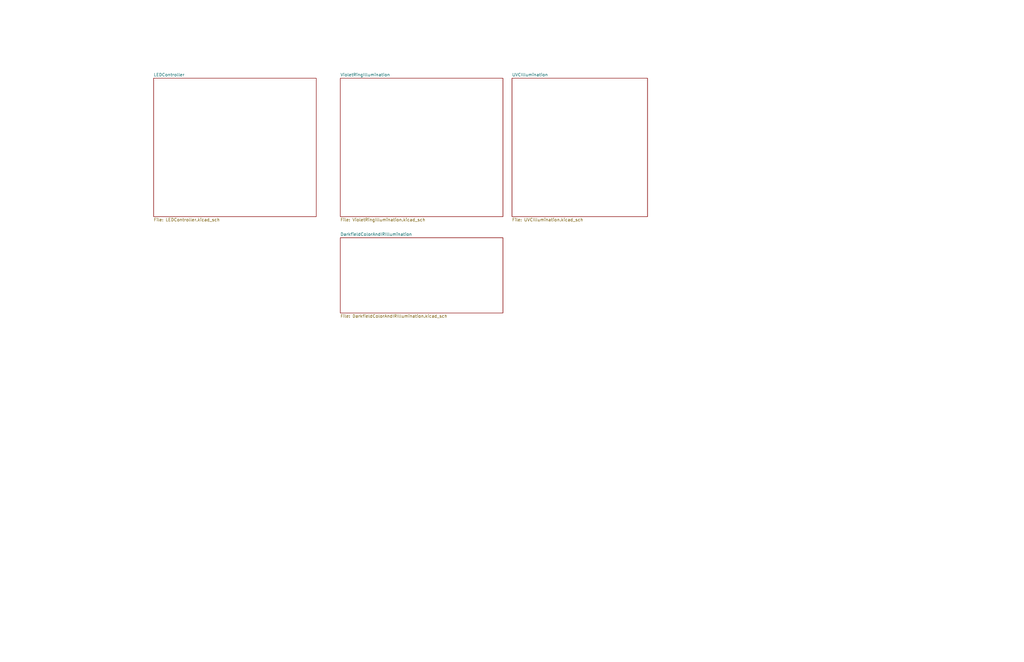
<source format=kicad_sch>
(kicad_sch (version 20230121) (generator eeschema)
  (paper "B")
  (title_block (title "BUM2 LED Controller") (date "2023-01-10") (rev "B"))
  (lib_symbols)
  (sheet (at 215.9 33.02) (size 57.15 58.42) (stroke (width 0.1524))
    (property "Sheetname" "UVCIllumination" (at 215.9 32.3084 0) (effects (justify left bottom)))
    (property "Sheetfile" "UVCIllumination.kicad_sch" (at 215.9 92.0246 0) (effects (justify left top)))
  )
  (sheet (at 64.77 33.02) (size 68.58 58.42) (stroke (width 0.1524))
    (property "Sheetname" "LEDController" (at 64.77 32.3084 0) (effects (justify left bottom)))
    (property "Sheetfile" "LEDController.kicad_sch" (at 64.77 92.0246 0) (effects (justify left top)))
  )
  (sheet (at 143.51 33.02) (size 68.58 58.42) (stroke (width 0.1524))
    (property "Sheetname" "VioletRingIllumination" (at 143.51 32.3084 0) (effects (justify left bottom)))
    (property "Sheetfile" "VioletRingIllumination.kicad_sch" (at 143.51 92.0246 0) (effects (justify left top)))
  )
  (sheet (at 143.51 100.33) (size 68.58 31.75) (stroke (width 0.1524))
    (property "Sheetname" "DarkfieldColorAndIRIllumination" (at 143.51 99.6184 0) (effects (justify left bottom)))
    (property "Sheetfile" "DarkfieldColorAndIRIllumination.kicad_sch" (at 143.51 132.6646 0) (effects (justify left top)))
  )
)
</source>
